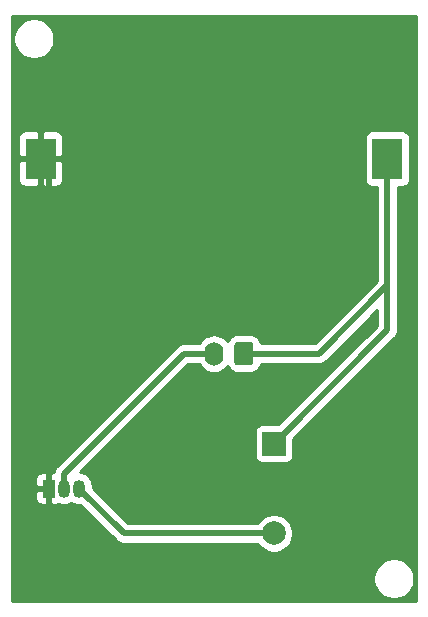
<source format=gbr>
%TF.GenerationSoftware,KiCad,Pcbnew,(5.1.7)-1*%
%TF.CreationDate,2020-12-06T23:53:20-03:00*%
%TF.ProjectId,PrimerProyecto,5072696d-6572-4507-926f-796563746f2e,rev?*%
%TF.SameCoordinates,Original*%
%TF.FileFunction,Copper,L1,Top*%
%TF.FilePolarity,Positive*%
%FSLAX46Y46*%
G04 Gerber Fmt 4.6, Leading zero omitted, Abs format (unit mm)*
G04 Created by KiCad (PCBNEW (5.1.7)-1) date 2020-12-06 23:53:20*
%MOMM*%
%LPD*%
G01*
G04 APERTURE LIST*
%TA.AperFunction,ComponentPad*%
%ADD10O,1.050000X1.500000*%
%TD*%
%TA.AperFunction,ComponentPad*%
%ADD11R,1.050000X1.500000*%
%TD*%
%TA.AperFunction,SMDPad,CuDef*%
%ADD12R,2.540000X3.510000*%
%TD*%
%TA.AperFunction,ComponentPad*%
%ADD13R,2.000000X2.000000*%
%TD*%
%TA.AperFunction,ComponentPad*%
%ADD14C,2.000000*%
%TD*%
%TA.AperFunction,ComponentPad*%
%ADD15O,1.600000X2.000000*%
%TD*%
%TA.AperFunction,Conductor*%
%ADD16C,0.500000*%
%TD*%
%TA.AperFunction,Conductor*%
%ADD17C,0.250000*%
%TD*%
%TA.AperFunction,Conductor*%
%ADD18C,0.254000*%
%TD*%
%TA.AperFunction,Conductor*%
%ADD19C,0.100000*%
%TD*%
G04 APERTURE END LIST*
D10*
%TO.P,Q2,2*%
%TO.N,Net-(Q1-Pad2)*%
X115570000Y-100330000D03*
%TO.P,Q2,3*%
%TO.N,Net-(BZ1-Pad2)*%
X116840000Y-100330000D03*
D11*
%TO.P,Q2,1*%
%TO.N,Net-(BT1-Pad2)*%
X114300000Y-100330000D03*
%TD*%
D12*
%TO.P,BT1,2*%
%TO.N,Net-(BT1-Pad2)*%
X113590000Y-72390000D03*
%TO.P,BT1,1*%
%TO.N,Net-(BT1-Pad1)*%
X142950000Y-72390000D03*
%TD*%
D13*
%TO.P,BZ1,1*%
%TO.N,Net-(BT1-Pad1)*%
X133350000Y-96520000D03*
D14*
%TO.P,BZ1,2*%
%TO.N,Net-(BZ1-Pad2)*%
X133350000Y-104120000D03*
%TD*%
D15*
%TO.P,Q1,2*%
%TO.N,Net-(Q1-Pad2)*%
X128270000Y-88900000D03*
%TO.P,Q1,1*%
%TO.N,Net-(BT1-Pad1)*%
%TA.AperFunction,ComponentPad*%
G36*
G01*
X130259600Y-87900000D02*
X131360400Y-87900000D01*
G75*
G02*
X131610000Y-88149600I0J-249600D01*
G01*
X131610000Y-89650400D01*
G75*
G02*
X131360400Y-89900000I-249600J0D01*
G01*
X130259600Y-89900000D01*
G75*
G02*
X130010000Y-89650400I0J249600D01*
G01*
X130010000Y-88149600D01*
G75*
G02*
X130259600Y-87900000I249600J0D01*
G01*
G37*
%TD.AperFunction*%
%TD*%
D16*
%TO.N,Net-(BZ1-Pad2)*%
X120630000Y-104120000D02*
X116840000Y-100330000D01*
X133350000Y-104120000D02*
X120630000Y-104120000D01*
%TO.N,Net-(Q1-Pad2)*%
X125750000Y-88900000D02*
X128270000Y-88900000D01*
X115570000Y-99080000D02*
X125750000Y-88900000D01*
X115570000Y-100330000D02*
X115570000Y-99080000D01*
%TO.N,Net-(BT1-Pad2)*%
X113590000Y-72390000D02*
X113149999Y-72830001D01*
X114300000Y-73100000D02*
X113590000Y-72390000D01*
X114300000Y-100330000D02*
X114300000Y-73100000D01*
D17*
%TO.N,Net-(BT1-Pad1)*%
X142950000Y-73660000D02*
X142950000Y-75490000D01*
D16*
X142950000Y-72390000D02*
X142950000Y-75490000D01*
X130810000Y-88900000D02*
X137160000Y-88900000D01*
X142950000Y-83110000D02*
X142950000Y-72390000D01*
X137160000Y-88900000D02*
X142950000Y-83110000D01*
X142950000Y-86920000D02*
X133350000Y-96520000D01*
X142950000Y-72390000D02*
X142950000Y-86920000D01*
%TD*%
D18*
%TO.N,Net-(BT1-Pad2)*%
X145390001Y-109830000D02*
X111150000Y-109830000D01*
X111150000Y-107779117D01*
X141775000Y-107779117D01*
X141775000Y-108120883D01*
X141841675Y-108456081D01*
X141972463Y-108771831D01*
X142162337Y-109055998D01*
X142404002Y-109297663D01*
X142688169Y-109487537D01*
X143003919Y-109618325D01*
X143339117Y-109685000D01*
X143680883Y-109685000D01*
X144016081Y-109618325D01*
X144331831Y-109487537D01*
X144615998Y-109297663D01*
X144857663Y-109055998D01*
X145047537Y-108771831D01*
X145178325Y-108456081D01*
X145245000Y-108120883D01*
X145245000Y-107779117D01*
X145178325Y-107443919D01*
X145047537Y-107128169D01*
X144857663Y-106844002D01*
X144615998Y-106602337D01*
X144331831Y-106412463D01*
X144016081Y-106281675D01*
X143680883Y-106215000D01*
X143339117Y-106215000D01*
X143003919Y-106281675D01*
X142688169Y-106412463D01*
X142404002Y-106602337D01*
X142162337Y-106844002D01*
X141972463Y-107128169D01*
X141841675Y-107443919D01*
X141775000Y-107779117D01*
X111150000Y-107779117D01*
X111150000Y-101080000D01*
X113136928Y-101080000D01*
X113149188Y-101204482D01*
X113185498Y-101324180D01*
X113244463Y-101434494D01*
X113323815Y-101531185D01*
X113420506Y-101610537D01*
X113530820Y-101669502D01*
X113650518Y-101705812D01*
X113775000Y-101718072D01*
X114014250Y-101715000D01*
X114173000Y-101556250D01*
X114173000Y-100457000D01*
X113298750Y-100457000D01*
X113140000Y-100615750D01*
X113136928Y-101080000D01*
X111150000Y-101080000D01*
X111150000Y-99580000D01*
X113136928Y-99580000D01*
X113140000Y-100044250D01*
X113298750Y-100203000D01*
X114173000Y-100203000D01*
X114173000Y-100048022D01*
X114410000Y-100048022D01*
X114410000Y-100611979D01*
X114426785Y-100782400D01*
X114427000Y-100783109D01*
X114427000Y-101556250D01*
X114585750Y-101715000D01*
X114825000Y-101718072D01*
X114949482Y-101705812D01*
X115069180Y-101669502D01*
X115133902Y-101634907D01*
X115342601Y-101698215D01*
X115570000Y-101720612D01*
X115797400Y-101698215D01*
X116016060Y-101631885D01*
X116205000Y-101530894D01*
X116393941Y-101631885D01*
X116612601Y-101698215D01*
X116840000Y-101720612D01*
X116966568Y-101708146D01*
X119973470Y-104715049D01*
X120001183Y-104748817D01*
X120034951Y-104776530D01*
X120034953Y-104776532D01*
X120106452Y-104835210D01*
X120135941Y-104859411D01*
X120289687Y-104941589D01*
X120456510Y-104992195D01*
X120586523Y-105005000D01*
X120586533Y-105005000D01*
X120629999Y-105009281D01*
X120673465Y-105005000D01*
X131974941Y-105005000D01*
X132080013Y-105162252D01*
X132307748Y-105389987D01*
X132575537Y-105568918D01*
X132873088Y-105692168D01*
X133188967Y-105755000D01*
X133511033Y-105755000D01*
X133826912Y-105692168D01*
X134124463Y-105568918D01*
X134392252Y-105389987D01*
X134619987Y-105162252D01*
X134798918Y-104894463D01*
X134922168Y-104596912D01*
X134985000Y-104281033D01*
X134985000Y-103958967D01*
X134922168Y-103643088D01*
X134798918Y-103345537D01*
X134619987Y-103077748D01*
X134392252Y-102850013D01*
X134124463Y-102671082D01*
X133826912Y-102547832D01*
X133511033Y-102485000D01*
X133188967Y-102485000D01*
X132873088Y-102547832D01*
X132575537Y-102671082D01*
X132307748Y-102850013D01*
X132080013Y-103077748D01*
X131974941Y-103235000D01*
X120996579Y-103235000D01*
X118000000Y-100238422D01*
X118000000Y-100048021D01*
X117983215Y-99877600D01*
X117916885Y-99658940D01*
X117809171Y-99457421D01*
X117664212Y-99280788D01*
X117487578Y-99135829D01*
X117286059Y-99028115D01*
X117067399Y-98961785D01*
X116951234Y-98950344D01*
X126116579Y-89785000D01*
X127009011Y-89785000D01*
X127071068Y-89901100D01*
X127250392Y-90119607D01*
X127468899Y-90298932D01*
X127718192Y-90432182D01*
X127988691Y-90514236D01*
X128270000Y-90541943D01*
X128551308Y-90514236D01*
X128821807Y-90432182D01*
X129071100Y-90298932D01*
X129289607Y-90119608D01*
X129427730Y-89951305D01*
X129439498Y-89990097D01*
X129521528Y-90143564D01*
X129631921Y-90278079D01*
X129766436Y-90388472D01*
X129919903Y-90470502D01*
X130086424Y-90521016D01*
X130259600Y-90538072D01*
X131360400Y-90538072D01*
X131533576Y-90521016D01*
X131700097Y-90470502D01*
X131853564Y-90388472D01*
X131988079Y-90278079D01*
X132098472Y-90143564D01*
X132180502Y-89990097D01*
X132231016Y-89823576D01*
X132234815Y-89785000D01*
X137116531Y-89785000D01*
X137160000Y-89789281D01*
X137203469Y-89785000D01*
X137203477Y-89785000D01*
X137333490Y-89772195D01*
X137500313Y-89721589D01*
X137654059Y-89639411D01*
X137788817Y-89528817D01*
X137816534Y-89495044D01*
X142065001Y-85246578D01*
X142065001Y-86553420D01*
X133736494Y-94881928D01*
X132350000Y-94881928D01*
X132225518Y-94894188D01*
X132105820Y-94930498D01*
X131995506Y-94989463D01*
X131898815Y-95068815D01*
X131819463Y-95165506D01*
X131760498Y-95275820D01*
X131724188Y-95395518D01*
X131711928Y-95520000D01*
X131711928Y-97520000D01*
X131724188Y-97644482D01*
X131760498Y-97764180D01*
X131819463Y-97874494D01*
X131898815Y-97971185D01*
X131995506Y-98050537D01*
X132105820Y-98109502D01*
X132225518Y-98145812D01*
X132350000Y-98158072D01*
X134350000Y-98158072D01*
X134474482Y-98145812D01*
X134594180Y-98109502D01*
X134704494Y-98050537D01*
X134801185Y-97971185D01*
X134880537Y-97874494D01*
X134939502Y-97764180D01*
X134975812Y-97644482D01*
X134988072Y-97520000D01*
X134988072Y-96133506D01*
X143545049Y-87576530D01*
X143578817Y-87548817D01*
X143689411Y-87414059D01*
X143771589Y-87260313D01*
X143822195Y-87093490D01*
X143835000Y-86963477D01*
X143835000Y-86963467D01*
X143839281Y-86920001D01*
X143835000Y-86876535D01*
X143835000Y-83153469D01*
X143839281Y-83110000D01*
X143835000Y-83066531D01*
X143835000Y-74783072D01*
X144220000Y-74783072D01*
X144344482Y-74770812D01*
X144464180Y-74734502D01*
X144574494Y-74675537D01*
X144671185Y-74596185D01*
X144750537Y-74499494D01*
X144809502Y-74389180D01*
X144845812Y-74269482D01*
X144858072Y-74145000D01*
X144858072Y-70635000D01*
X144845812Y-70510518D01*
X144809502Y-70390820D01*
X144750537Y-70280506D01*
X144671185Y-70183815D01*
X144574494Y-70104463D01*
X144464180Y-70045498D01*
X144344482Y-70009188D01*
X144220000Y-69996928D01*
X141680000Y-69996928D01*
X141555518Y-70009188D01*
X141435820Y-70045498D01*
X141325506Y-70104463D01*
X141228815Y-70183815D01*
X141149463Y-70280506D01*
X141090498Y-70390820D01*
X141054188Y-70510518D01*
X141041928Y-70635000D01*
X141041928Y-74145000D01*
X141054188Y-74269482D01*
X141090498Y-74389180D01*
X141149463Y-74499494D01*
X141228815Y-74596185D01*
X141325506Y-74675537D01*
X141435820Y-74734502D01*
X141555518Y-74770812D01*
X141680000Y-74783072D01*
X142065000Y-74783072D01*
X142065000Y-82743421D01*
X136793422Y-88015000D01*
X132234815Y-88015000D01*
X132231016Y-87976424D01*
X132180502Y-87809903D01*
X132098472Y-87656436D01*
X131988079Y-87521921D01*
X131853564Y-87411528D01*
X131700097Y-87329498D01*
X131533576Y-87278984D01*
X131360400Y-87261928D01*
X130259600Y-87261928D01*
X130086424Y-87278984D01*
X129919903Y-87329498D01*
X129766436Y-87411528D01*
X129631921Y-87521921D01*
X129521528Y-87656436D01*
X129439498Y-87809903D01*
X129427731Y-87848695D01*
X129289608Y-87680392D01*
X129071101Y-87501068D01*
X128821808Y-87367818D01*
X128551309Y-87285764D01*
X128270000Y-87258057D01*
X127988692Y-87285764D01*
X127718193Y-87367818D01*
X127468900Y-87501068D01*
X127250393Y-87680392D01*
X127071068Y-87898899D01*
X127009011Y-88015000D01*
X125793466Y-88015000D01*
X125749999Y-88010719D01*
X125706533Y-88015000D01*
X125706523Y-88015000D01*
X125576510Y-88027805D01*
X125409687Y-88078411D01*
X125255941Y-88160589D01*
X125255939Y-88160590D01*
X125255940Y-88160590D01*
X125154953Y-88243468D01*
X125154951Y-88243470D01*
X125121183Y-88271183D01*
X125093470Y-88304951D01*
X114974952Y-98423470D01*
X114941184Y-98451183D01*
X114913471Y-98484951D01*
X114913468Y-98484954D01*
X114830590Y-98585941D01*
X114748412Y-98739687D01*
X114697805Y-98906510D01*
X114694151Y-98943608D01*
X114585750Y-98945000D01*
X114427000Y-99103750D01*
X114427000Y-99876892D01*
X114426785Y-99877601D01*
X114410000Y-100048022D01*
X114173000Y-100048022D01*
X114173000Y-99103750D01*
X114014250Y-98945000D01*
X113775000Y-98941928D01*
X113650518Y-98954188D01*
X113530820Y-98990498D01*
X113420506Y-99049463D01*
X113323815Y-99128815D01*
X113244463Y-99225506D01*
X113185498Y-99335820D01*
X113149188Y-99455518D01*
X113136928Y-99580000D01*
X111150000Y-99580000D01*
X111150000Y-74145000D01*
X111681928Y-74145000D01*
X111694188Y-74269482D01*
X111730498Y-74389180D01*
X111789463Y-74499494D01*
X111868815Y-74596185D01*
X111965506Y-74675537D01*
X112075820Y-74734502D01*
X112195518Y-74770812D01*
X112320000Y-74783072D01*
X113304250Y-74780000D01*
X113463000Y-74621250D01*
X113463000Y-72517000D01*
X113717000Y-72517000D01*
X113717000Y-74621250D01*
X113875750Y-74780000D01*
X114860000Y-74783072D01*
X114984482Y-74770812D01*
X115104180Y-74734502D01*
X115214494Y-74675537D01*
X115311185Y-74596185D01*
X115390537Y-74499494D01*
X115449502Y-74389180D01*
X115485812Y-74269482D01*
X115498072Y-74145000D01*
X115495000Y-72675750D01*
X115336250Y-72517000D01*
X113717000Y-72517000D01*
X113463000Y-72517000D01*
X111843750Y-72517000D01*
X111685000Y-72675750D01*
X111681928Y-74145000D01*
X111150000Y-74145000D01*
X111150000Y-70635000D01*
X111681928Y-70635000D01*
X111685000Y-72104250D01*
X111843750Y-72263000D01*
X113463000Y-72263000D01*
X113463000Y-70158750D01*
X113717000Y-70158750D01*
X113717000Y-72263000D01*
X115336250Y-72263000D01*
X115495000Y-72104250D01*
X115498072Y-70635000D01*
X115485812Y-70510518D01*
X115449502Y-70390820D01*
X115390537Y-70280506D01*
X115311185Y-70183815D01*
X115214494Y-70104463D01*
X115104180Y-70045498D01*
X114984482Y-70009188D01*
X114860000Y-69996928D01*
X113875750Y-70000000D01*
X113717000Y-70158750D01*
X113463000Y-70158750D01*
X113304250Y-70000000D01*
X112320000Y-69996928D01*
X112195518Y-70009188D01*
X112075820Y-70045498D01*
X111965506Y-70104463D01*
X111868815Y-70183815D01*
X111789463Y-70280506D01*
X111730498Y-70390820D01*
X111694188Y-70510518D01*
X111681928Y-70635000D01*
X111150000Y-70635000D01*
X111150000Y-62059117D01*
X111295000Y-62059117D01*
X111295000Y-62400883D01*
X111361675Y-62736081D01*
X111492463Y-63051831D01*
X111682337Y-63335998D01*
X111924002Y-63577663D01*
X112208169Y-63767537D01*
X112523919Y-63898325D01*
X112859117Y-63965000D01*
X113200883Y-63965000D01*
X113536081Y-63898325D01*
X113851831Y-63767537D01*
X114135998Y-63577663D01*
X114377663Y-63335998D01*
X114567537Y-63051831D01*
X114698325Y-62736081D01*
X114765000Y-62400883D01*
X114765000Y-62059117D01*
X114698325Y-61723919D01*
X114567537Y-61408169D01*
X114377663Y-61124002D01*
X114135998Y-60882337D01*
X113851831Y-60692463D01*
X113536081Y-60561675D01*
X113200883Y-60495000D01*
X112859117Y-60495000D01*
X112523919Y-60561675D01*
X112208169Y-60692463D01*
X111924002Y-60882337D01*
X111682337Y-61124002D01*
X111492463Y-61408169D01*
X111361675Y-61723919D01*
X111295000Y-62059117D01*
X111150000Y-62059117D01*
X111150000Y-60350000D01*
X145390000Y-60350000D01*
X145390001Y-109830000D01*
%TA.AperFunction,Conductor*%
D19*
G36*
X145390001Y-109830000D02*
G01*
X111150000Y-109830000D01*
X111150000Y-107779117D01*
X141775000Y-107779117D01*
X141775000Y-108120883D01*
X141841675Y-108456081D01*
X141972463Y-108771831D01*
X142162337Y-109055998D01*
X142404002Y-109297663D01*
X142688169Y-109487537D01*
X143003919Y-109618325D01*
X143339117Y-109685000D01*
X143680883Y-109685000D01*
X144016081Y-109618325D01*
X144331831Y-109487537D01*
X144615998Y-109297663D01*
X144857663Y-109055998D01*
X145047537Y-108771831D01*
X145178325Y-108456081D01*
X145245000Y-108120883D01*
X145245000Y-107779117D01*
X145178325Y-107443919D01*
X145047537Y-107128169D01*
X144857663Y-106844002D01*
X144615998Y-106602337D01*
X144331831Y-106412463D01*
X144016081Y-106281675D01*
X143680883Y-106215000D01*
X143339117Y-106215000D01*
X143003919Y-106281675D01*
X142688169Y-106412463D01*
X142404002Y-106602337D01*
X142162337Y-106844002D01*
X141972463Y-107128169D01*
X141841675Y-107443919D01*
X141775000Y-107779117D01*
X111150000Y-107779117D01*
X111150000Y-101080000D01*
X113136928Y-101080000D01*
X113149188Y-101204482D01*
X113185498Y-101324180D01*
X113244463Y-101434494D01*
X113323815Y-101531185D01*
X113420506Y-101610537D01*
X113530820Y-101669502D01*
X113650518Y-101705812D01*
X113775000Y-101718072D01*
X114014250Y-101715000D01*
X114173000Y-101556250D01*
X114173000Y-100457000D01*
X113298750Y-100457000D01*
X113140000Y-100615750D01*
X113136928Y-101080000D01*
X111150000Y-101080000D01*
X111150000Y-99580000D01*
X113136928Y-99580000D01*
X113140000Y-100044250D01*
X113298750Y-100203000D01*
X114173000Y-100203000D01*
X114173000Y-100048022D01*
X114410000Y-100048022D01*
X114410000Y-100611979D01*
X114426785Y-100782400D01*
X114427000Y-100783109D01*
X114427000Y-101556250D01*
X114585750Y-101715000D01*
X114825000Y-101718072D01*
X114949482Y-101705812D01*
X115069180Y-101669502D01*
X115133902Y-101634907D01*
X115342601Y-101698215D01*
X115570000Y-101720612D01*
X115797400Y-101698215D01*
X116016060Y-101631885D01*
X116205000Y-101530894D01*
X116393941Y-101631885D01*
X116612601Y-101698215D01*
X116840000Y-101720612D01*
X116966568Y-101708146D01*
X119973470Y-104715049D01*
X120001183Y-104748817D01*
X120034951Y-104776530D01*
X120034953Y-104776532D01*
X120106452Y-104835210D01*
X120135941Y-104859411D01*
X120289687Y-104941589D01*
X120456510Y-104992195D01*
X120586523Y-105005000D01*
X120586533Y-105005000D01*
X120629999Y-105009281D01*
X120673465Y-105005000D01*
X131974941Y-105005000D01*
X132080013Y-105162252D01*
X132307748Y-105389987D01*
X132575537Y-105568918D01*
X132873088Y-105692168D01*
X133188967Y-105755000D01*
X133511033Y-105755000D01*
X133826912Y-105692168D01*
X134124463Y-105568918D01*
X134392252Y-105389987D01*
X134619987Y-105162252D01*
X134798918Y-104894463D01*
X134922168Y-104596912D01*
X134985000Y-104281033D01*
X134985000Y-103958967D01*
X134922168Y-103643088D01*
X134798918Y-103345537D01*
X134619987Y-103077748D01*
X134392252Y-102850013D01*
X134124463Y-102671082D01*
X133826912Y-102547832D01*
X133511033Y-102485000D01*
X133188967Y-102485000D01*
X132873088Y-102547832D01*
X132575537Y-102671082D01*
X132307748Y-102850013D01*
X132080013Y-103077748D01*
X131974941Y-103235000D01*
X120996579Y-103235000D01*
X118000000Y-100238422D01*
X118000000Y-100048021D01*
X117983215Y-99877600D01*
X117916885Y-99658940D01*
X117809171Y-99457421D01*
X117664212Y-99280788D01*
X117487578Y-99135829D01*
X117286059Y-99028115D01*
X117067399Y-98961785D01*
X116951234Y-98950344D01*
X126116579Y-89785000D01*
X127009011Y-89785000D01*
X127071068Y-89901100D01*
X127250392Y-90119607D01*
X127468899Y-90298932D01*
X127718192Y-90432182D01*
X127988691Y-90514236D01*
X128270000Y-90541943D01*
X128551308Y-90514236D01*
X128821807Y-90432182D01*
X129071100Y-90298932D01*
X129289607Y-90119608D01*
X129427730Y-89951305D01*
X129439498Y-89990097D01*
X129521528Y-90143564D01*
X129631921Y-90278079D01*
X129766436Y-90388472D01*
X129919903Y-90470502D01*
X130086424Y-90521016D01*
X130259600Y-90538072D01*
X131360400Y-90538072D01*
X131533576Y-90521016D01*
X131700097Y-90470502D01*
X131853564Y-90388472D01*
X131988079Y-90278079D01*
X132098472Y-90143564D01*
X132180502Y-89990097D01*
X132231016Y-89823576D01*
X132234815Y-89785000D01*
X137116531Y-89785000D01*
X137160000Y-89789281D01*
X137203469Y-89785000D01*
X137203477Y-89785000D01*
X137333490Y-89772195D01*
X137500313Y-89721589D01*
X137654059Y-89639411D01*
X137788817Y-89528817D01*
X137816534Y-89495044D01*
X142065001Y-85246578D01*
X142065001Y-86553420D01*
X133736494Y-94881928D01*
X132350000Y-94881928D01*
X132225518Y-94894188D01*
X132105820Y-94930498D01*
X131995506Y-94989463D01*
X131898815Y-95068815D01*
X131819463Y-95165506D01*
X131760498Y-95275820D01*
X131724188Y-95395518D01*
X131711928Y-95520000D01*
X131711928Y-97520000D01*
X131724188Y-97644482D01*
X131760498Y-97764180D01*
X131819463Y-97874494D01*
X131898815Y-97971185D01*
X131995506Y-98050537D01*
X132105820Y-98109502D01*
X132225518Y-98145812D01*
X132350000Y-98158072D01*
X134350000Y-98158072D01*
X134474482Y-98145812D01*
X134594180Y-98109502D01*
X134704494Y-98050537D01*
X134801185Y-97971185D01*
X134880537Y-97874494D01*
X134939502Y-97764180D01*
X134975812Y-97644482D01*
X134988072Y-97520000D01*
X134988072Y-96133506D01*
X143545049Y-87576530D01*
X143578817Y-87548817D01*
X143689411Y-87414059D01*
X143771589Y-87260313D01*
X143822195Y-87093490D01*
X143835000Y-86963477D01*
X143835000Y-86963467D01*
X143839281Y-86920001D01*
X143835000Y-86876535D01*
X143835000Y-83153469D01*
X143839281Y-83110000D01*
X143835000Y-83066531D01*
X143835000Y-74783072D01*
X144220000Y-74783072D01*
X144344482Y-74770812D01*
X144464180Y-74734502D01*
X144574494Y-74675537D01*
X144671185Y-74596185D01*
X144750537Y-74499494D01*
X144809502Y-74389180D01*
X144845812Y-74269482D01*
X144858072Y-74145000D01*
X144858072Y-70635000D01*
X144845812Y-70510518D01*
X144809502Y-70390820D01*
X144750537Y-70280506D01*
X144671185Y-70183815D01*
X144574494Y-70104463D01*
X144464180Y-70045498D01*
X144344482Y-70009188D01*
X144220000Y-69996928D01*
X141680000Y-69996928D01*
X141555518Y-70009188D01*
X141435820Y-70045498D01*
X141325506Y-70104463D01*
X141228815Y-70183815D01*
X141149463Y-70280506D01*
X141090498Y-70390820D01*
X141054188Y-70510518D01*
X141041928Y-70635000D01*
X141041928Y-74145000D01*
X141054188Y-74269482D01*
X141090498Y-74389180D01*
X141149463Y-74499494D01*
X141228815Y-74596185D01*
X141325506Y-74675537D01*
X141435820Y-74734502D01*
X141555518Y-74770812D01*
X141680000Y-74783072D01*
X142065000Y-74783072D01*
X142065000Y-82743421D01*
X136793422Y-88015000D01*
X132234815Y-88015000D01*
X132231016Y-87976424D01*
X132180502Y-87809903D01*
X132098472Y-87656436D01*
X131988079Y-87521921D01*
X131853564Y-87411528D01*
X131700097Y-87329498D01*
X131533576Y-87278984D01*
X131360400Y-87261928D01*
X130259600Y-87261928D01*
X130086424Y-87278984D01*
X129919903Y-87329498D01*
X129766436Y-87411528D01*
X129631921Y-87521921D01*
X129521528Y-87656436D01*
X129439498Y-87809903D01*
X129427731Y-87848695D01*
X129289608Y-87680392D01*
X129071101Y-87501068D01*
X128821808Y-87367818D01*
X128551309Y-87285764D01*
X128270000Y-87258057D01*
X127988692Y-87285764D01*
X127718193Y-87367818D01*
X127468900Y-87501068D01*
X127250393Y-87680392D01*
X127071068Y-87898899D01*
X127009011Y-88015000D01*
X125793466Y-88015000D01*
X125749999Y-88010719D01*
X125706533Y-88015000D01*
X125706523Y-88015000D01*
X125576510Y-88027805D01*
X125409687Y-88078411D01*
X125255941Y-88160589D01*
X125255939Y-88160590D01*
X125255940Y-88160590D01*
X125154953Y-88243468D01*
X125154951Y-88243470D01*
X125121183Y-88271183D01*
X125093470Y-88304951D01*
X114974952Y-98423470D01*
X114941184Y-98451183D01*
X114913471Y-98484951D01*
X114913468Y-98484954D01*
X114830590Y-98585941D01*
X114748412Y-98739687D01*
X114697805Y-98906510D01*
X114694151Y-98943608D01*
X114585750Y-98945000D01*
X114427000Y-99103750D01*
X114427000Y-99876892D01*
X114426785Y-99877601D01*
X114410000Y-100048022D01*
X114173000Y-100048022D01*
X114173000Y-99103750D01*
X114014250Y-98945000D01*
X113775000Y-98941928D01*
X113650518Y-98954188D01*
X113530820Y-98990498D01*
X113420506Y-99049463D01*
X113323815Y-99128815D01*
X113244463Y-99225506D01*
X113185498Y-99335820D01*
X113149188Y-99455518D01*
X113136928Y-99580000D01*
X111150000Y-99580000D01*
X111150000Y-74145000D01*
X111681928Y-74145000D01*
X111694188Y-74269482D01*
X111730498Y-74389180D01*
X111789463Y-74499494D01*
X111868815Y-74596185D01*
X111965506Y-74675537D01*
X112075820Y-74734502D01*
X112195518Y-74770812D01*
X112320000Y-74783072D01*
X113304250Y-74780000D01*
X113463000Y-74621250D01*
X113463000Y-72517000D01*
X113717000Y-72517000D01*
X113717000Y-74621250D01*
X113875750Y-74780000D01*
X114860000Y-74783072D01*
X114984482Y-74770812D01*
X115104180Y-74734502D01*
X115214494Y-74675537D01*
X115311185Y-74596185D01*
X115390537Y-74499494D01*
X115449502Y-74389180D01*
X115485812Y-74269482D01*
X115498072Y-74145000D01*
X115495000Y-72675750D01*
X115336250Y-72517000D01*
X113717000Y-72517000D01*
X113463000Y-72517000D01*
X111843750Y-72517000D01*
X111685000Y-72675750D01*
X111681928Y-74145000D01*
X111150000Y-74145000D01*
X111150000Y-70635000D01*
X111681928Y-70635000D01*
X111685000Y-72104250D01*
X111843750Y-72263000D01*
X113463000Y-72263000D01*
X113463000Y-70158750D01*
X113717000Y-70158750D01*
X113717000Y-72263000D01*
X115336250Y-72263000D01*
X115495000Y-72104250D01*
X115498072Y-70635000D01*
X115485812Y-70510518D01*
X115449502Y-70390820D01*
X115390537Y-70280506D01*
X115311185Y-70183815D01*
X115214494Y-70104463D01*
X115104180Y-70045498D01*
X114984482Y-70009188D01*
X114860000Y-69996928D01*
X113875750Y-70000000D01*
X113717000Y-70158750D01*
X113463000Y-70158750D01*
X113304250Y-70000000D01*
X112320000Y-69996928D01*
X112195518Y-70009188D01*
X112075820Y-70045498D01*
X111965506Y-70104463D01*
X111868815Y-70183815D01*
X111789463Y-70280506D01*
X111730498Y-70390820D01*
X111694188Y-70510518D01*
X111681928Y-70635000D01*
X111150000Y-70635000D01*
X111150000Y-62059117D01*
X111295000Y-62059117D01*
X111295000Y-62400883D01*
X111361675Y-62736081D01*
X111492463Y-63051831D01*
X111682337Y-63335998D01*
X111924002Y-63577663D01*
X112208169Y-63767537D01*
X112523919Y-63898325D01*
X112859117Y-63965000D01*
X113200883Y-63965000D01*
X113536081Y-63898325D01*
X113851831Y-63767537D01*
X114135998Y-63577663D01*
X114377663Y-63335998D01*
X114567537Y-63051831D01*
X114698325Y-62736081D01*
X114765000Y-62400883D01*
X114765000Y-62059117D01*
X114698325Y-61723919D01*
X114567537Y-61408169D01*
X114377663Y-61124002D01*
X114135998Y-60882337D01*
X113851831Y-60692463D01*
X113536081Y-60561675D01*
X113200883Y-60495000D01*
X112859117Y-60495000D01*
X112523919Y-60561675D01*
X112208169Y-60692463D01*
X111924002Y-60882337D01*
X111682337Y-61124002D01*
X111492463Y-61408169D01*
X111361675Y-61723919D01*
X111295000Y-62059117D01*
X111150000Y-62059117D01*
X111150000Y-60350000D01*
X145390000Y-60350000D01*
X145390001Y-109830000D01*
G37*
%TD.AperFunction*%
%TD*%
M02*

</source>
